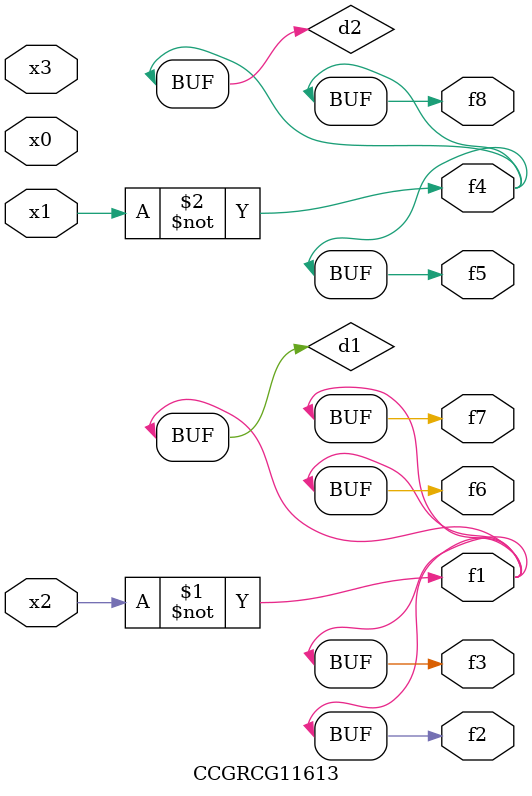
<source format=v>
module CCGRCG11613(
	input x0, x1, x2, x3,
	output f1, f2, f3, f4, f5, f6, f7, f8
);

	wire d1, d2;

	xnor (d1, x2);
	not (d2, x1);
	assign f1 = d1;
	assign f2 = d1;
	assign f3 = d1;
	assign f4 = d2;
	assign f5 = d2;
	assign f6 = d1;
	assign f7 = d1;
	assign f8 = d2;
endmodule

</source>
